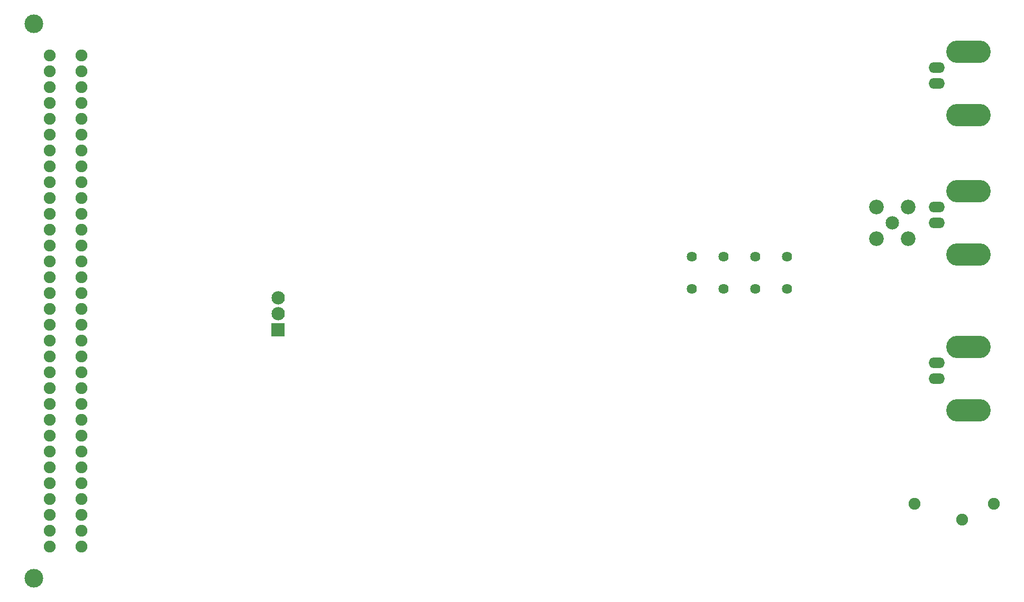
<source format=gbr>
G04 #@! TF.GenerationSoftware,KiCad,Pcbnew,(5.1.9)-1*
G04 #@! TF.CreationDate,2021-10-28T21:28:10+02:00*
G04 #@! TF.ProjectId,PDH-module,5044482d-6d6f-4647-956c-652e6b696361,1.0*
G04 #@! TF.SameCoordinates,Original*
G04 #@! TF.FileFunction,Soldermask,Bot*
G04 #@! TF.FilePolarity,Negative*
%FSLAX46Y46*%
G04 Gerber Fmt 4.6, Leading zero omitted, Abs format (unit mm)*
G04 Created by KiCad (PCBNEW (5.1.9)-1) date 2021-10-28 21:28:10*
%MOMM*%
%LPD*%
G01*
G04 APERTURE LIST*
%ADD10C,1.626000*%
%ADD11C,3.002000*%
%ADD12C,1.902000*%
%ADD13O,2.602000X1.702000*%
%ADD14O,7.102000X3.602000*%
%ADD15C,2.152000*%
%ADD16C,2.352000*%
%ADD17C,2.134000*%
G04 APERTURE END LIST*
D10*
X193400000Y-82900000D03*
X193400000Y-88000000D03*
X188300000Y-82900000D03*
X188300000Y-88000000D03*
X183200000Y-82900000D03*
X183200000Y-88000000D03*
X178100000Y-82900000D03*
X178100000Y-88000000D03*
D11*
X72800000Y-134450000D03*
X72800000Y-45550000D03*
D12*
X80420000Y-50630000D03*
X80420000Y-53170000D03*
X80420000Y-55710000D03*
X80420000Y-58250000D03*
X80420000Y-60790000D03*
X80420000Y-63330000D03*
X80420000Y-65870000D03*
X80420000Y-68410000D03*
X80420000Y-70950000D03*
X80420000Y-73490000D03*
X80420000Y-76030000D03*
X80420000Y-78570000D03*
X80420000Y-81110000D03*
X80420000Y-83650000D03*
X80420000Y-86190000D03*
X80420000Y-88730000D03*
X80420000Y-91270000D03*
X80420000Y-93810000D03*
X80420000Y-96350000D03*
X80420000Y-98890000D03*
X80420000Y-101430000D03*
X80420000Y-103970000D03*
X80420000Y-106510000D03*
X80420000Y-109050000D03*
X80420000Y-111590000D03*
X80420000Y-114130000D03*
X80420000Y-116670000D03*
X80420000Y-119210000D03*
X80420000Y-124290000D03*
X80420000Y-121750000D03*
X80420000Y-126830000D03*
X80420000Y-129370000D03*
X75340000Y-50630000D03*
X75340000Y-53170000D03*
X75340000Y-55710000D03*
X75340000Y-58250000D03*
X75340000Y-60790000D03*
X75340000Y-63330000D03*
X75340000Y-65870000D03*
X75340000Y-68410000D03*
X75340000Y-70950000D03*
X75340000Y-73490000D03*
X75340000Y-76030000D03*
X75340000Y-78570000D03*
X75340000Y-81110000D03*
X75340000Y-83650000D03*
X75340000Y-86190000D03*
X75340000Y-88730000D03*
X75340000Y-91270000D03*
X75340000Y-93810000D03*
X75340000Y-96350000D03*
X75340000Y-98890000D03*
X75340000Y-101430000D03*
X75340000Y-103970000D03*
X75340000Y-106510000D03*
X75340000Y-109050000D03*
X75340000Y-111590000D03*
X75340000Y-114130000D03*
X75340000Y-116670000D03*
X75340000Y-119210000D03*
X75340000Y-124290000D03*
X75340000Y-121750000D03*
X75340000Y-126830000D03*
X75340000Y-129370000D03*
D13*
X217300000Y-74960000D03*
X217300000Y-77500000D03*
D14*
X222380000Y-82580000D03*
X222380000Y-72420000D03*
D13*
X217300000Y-99860000D03*
X217300000Y-102400000D03*
D14*
X222380000Y-107480000D03*
X222380000Y-97320000D03*
X222400000Y-50040000D03*
X222400000Y-60200000D03*
D13*
X217320000Y-55120000D03*
X217320000Y-52580000D03*
D15*
X210200000Y-77500000D03*
D16*
X212740000Y-80040000D03*
X212740000Y-74960000D03*
X207660000Y-74960000D03*
X207660000Y-80040000D03*
G36*
G01*
X112916000Y-95667000D02*
X110884000Y-95667000D01*
G75*
G02*
X110833000Y-95616000I0J51000D01*
G01*
X110833000Y-93584000D01*
G75*
G02*
X110884000Y-93533000I51000J0D01*
G01*
X112916000Y-93533000D01*
G75*
G02*
X112967000Y-93584000I0J-51000D01*
G01*
X112967000Y-95616000D01*
G75*
G02*
X112916000Y-95667000I-51000J0D01*
G01*
G37*
D17*
X111900000Y-92060000D03*
X111900000Y-89520000D03*
D12*
X213800000Y-122500000D03*
X221420000Y-125040000D03*
X226500000Y-122500000D03*
M02*

</source>
